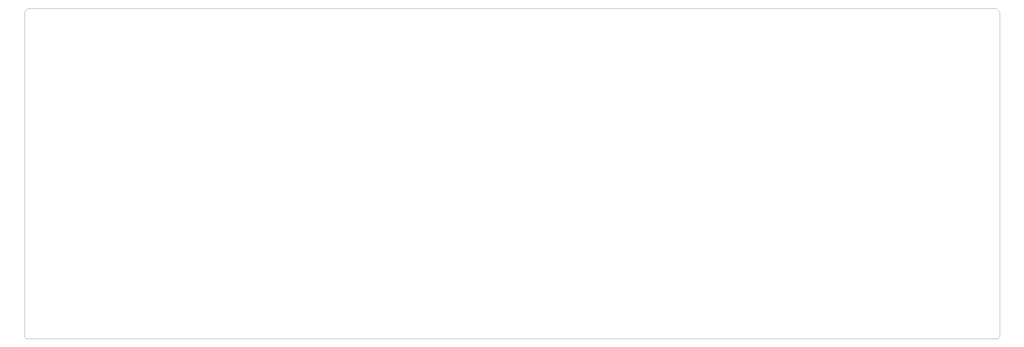
<source format=gbr>
%TF.GenerationSoftware,KiCad,Pcbnew,5.1.2+dfsg1-1*%
%TF.CreationDate,2020-02-17T14:18:57+01:00*%
%TF.ProjectId,reform2-motherboard,7265666f-726d-4322-9d6d-6f7468657262,2.0*%
%TF.SameCoordinates,Original*%
%TF.FileFunction,Profile,NP*%
%FSLAX46Y46*%
G04 Gerber Fmt 4.6, Leading zero omitted, Abs format (unit mm)*
G04 Created by KiCad (PCBNEW 5.1.2+dfsg1-1) date 2020-02-17 14:18:57*
%MOMM*%
%LPD*%
G04 APERTURE LIST*
%ADD10C,0.050000*%
G04 APERTURE END LIST*
D10*
X315500000Y-133000000D02*
X315000000Y-133500000D01*
X315500000Y-41000000D02*
X315500000Y-133000000D01*
X40000000Y-133500000D02*
X39500000Y-133000000D01*
X40500000Y-40000000D02*
X39500000Y-41000000D01*
X314500000Y-40000000D02*
X315500000Y-41000000D01*
X315000000Y-133500000D02*
X40000000Y-133500000D01*
X39500000Y-133000000D02*
X39500000Y-41000000D01*
X40500000Y-40000000D02*
X314500000Y-40000000D01*
M02*

</source>
